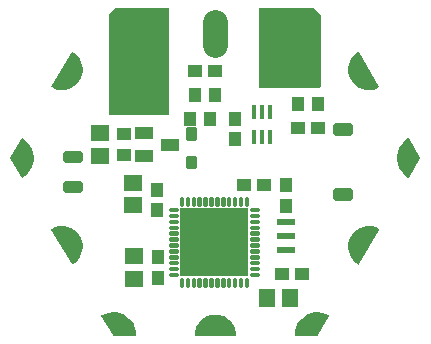
<source format=gbr>
G04 EAGLE Gerber RS-274X export*
G75*
%MOMM*%
%FSLAX34Y34*%
%LPD*%
%INSoldermask Bottom*%
%IPPOS*%
%AMOC8*
5,1,8,0,0,1.08239X$1,22.5*%
G01*
%ADD10R,1.401600X1.601600*%
%ADD11C,0.225016*%
%ADD12R,5.801588X5.801588*%
%ADD13R,1.501597X0.501600*%
%ADD14R,1.601600X1.401600*%
%ADD15R,1.201600X1.101600*%
%ADD16R,1.101600X1.201600*%
%ADD17C,0.605878*%
%ADD18R,1.501600X1.101600*%
%ADD19R,0.457200X1.270000*%
%ADD20C,1.101600*%
%ADD21C,2.082800*%
%ADD22C,0.297525*%

G36*
X306096Y383290D02*
X306096Y383290D01*
X306122Y383288D01*
X306269Y383310D01*
X306416Y383327D01*
X306441Y383335D01*
X306467Y383339D01*
X306605Y383394D01*
X306744Y383444D01*
X306766Y383458D01*
X306791Y383468D01*
X306912Y383553D01*
X307037Y383633D01*
X307055Y383652D01*
X307077Y383667D01*
X307176Y383777D01*
X307279Y383884D01*
X307293Y383906D01*
X307310Y383926D01*
X307382Y384056D01*
X307458Y384183D01*
X307466Y384208D01*
X307479Y384231D01*
X307519Y384374D01*
X307564Y384515D01*
X307566Y384541D01*
X307574Y384566D01*
X307593Y384810D01*
X307593Y472440D01*
X307590Y472466D01*
X307592Y472492D01*
X307570Y472639D01*
X307553Y472786D01*
X307545Y472811D01*
X307541Y472837D01*
X307486Y472975D01*
X307436Y473114D01*
X307422Y473136D01*
X307412Y473161D01*
X307327Y473282D01*
X307247Y473407D01*
X307228Y473425D01*
X307213Y473447D01*
X307103Y473546D01*
X306996Y473649D01*
X306974Y473663D01*
X306954Y473680D01*
X306824Y473752D01*
X306697Y473828D01*
X306672Y473836D01*
X306649Y473849D01*
X306506Y473889D01*
X306365Y473934D01*
X306339Y473936D01*
X306314Y473944D01*
X306070Y473963D01*
X262890Y473963D01*
X262764Y473949D01*
X262638Y473942D01*
X262592Y473929D01*
X262544Y473923D01*
X262425Y473881D01*
X262303Y473846D01*
X262261Y473822D01*
X262216Y473806D01*
X262109Y473737D01*
X261999Y473676D01*
X261953Y473636D01*
X261923Y473617D01*
X261889Y473582D01*
X261813Y473517D01*
X256733Y468437D01*
X256654Y468338D01*
X256570Y468244D01*
X256546Y468202D01*
X256516Y468164D01*
X256462Y468050D01*
X256401Y467939D01*
X256388Y467893D01*
X256367Y467849D01*
X256341Y467726D01*
X256306Y467604D01*
X256302Y467543D01*
X256294Y467508D01*
X256295Y467460D01*
X256287Y467360D01*
X256287Y384810D01*
X256290Y384784D01*
X256288Y384758D01*
X256310Y384611D01*
X256327Y384464D01*
X256335Y384439D01*
X256339Y384413D01*
X256394Y384275D01*
X256444Y384136D01*
X256458Y384114D01*
X256468Y384089D01*
X256553Y383968D01*
X256633Y383843D01*
X256652Y383825D01*
X256667Y383803D01*
X256777Y383704D01*
X256884Y383601D01*
X256906Y383587D01*
X256926Y383570D01*
X257056Y383498D01*
X257183Y383422D01*
X257208Y383414D01*
X257231Y383401D01*
X257374Y383361D01*
X257515Y383316D01*
X257541Y383314D01*
X257566Y383306D01*
X257810Y383287D01*
X306070Y383287D01*
X306096Y383290D01*
G37*
G36*
X434366Y406150D02*
X434366Y406150D01*
X434392Y406148D01*
X434539Y406170D01*
X434686Y406187D01*
X434711Y406195D01*
X434737Y406199D01*
X434875Y406254D01*
X435014Y406304D01*
X435036Y406318D01*
X435061Y406328D01*
X435182Y406413D01*
X435307Y406493D01*
X435325Y406512D01*
X435347Y406527D01*
X435446Y406637D01*
X435549Y406744D01*
X435563Y406766D01*
X435580Y406786D01*
X435652Y406916D01*
X435728Y407043D01*
X435736Y407068D01*
X435749Y407091D01*
X435789Y407234D01*
X435834Y407375D01*
X435836Y407401D01*
X435844Y407426D01*
X435863Y407670D01*
X435863Y467360D01*
X435849Y467486D01*
X435842Y467612D01*
X435829Y467658D01*
X435823Y467706D01*
X435781Y467825D01*
X435746Y467947D01*
X435722Y467989D01*
X435706Y468034D01*
X435637Y468141D01*
X435576Y468251D01*
X435536Y468297D01*
X435517Y468327D01*
X435482Y468361D01*
X435417Y468437D01*
X430337Y473517D01*
X430238Y473596D01*
X430144Y473680D01*
X430102Y473704D01*
X430064Y473734D01*
X429950Y473788D01*
X429839Y473849D01*
X429793Y473862D01*
X429749Y473883D01*
X429626Y473909D01*
X429504Y473944D01*
X429443Y473949D01*
X429408Y473956D01*
X429360Y473955D01*
X429260Y473963D01*
X384810Y473963D01*
X384784Y473960D01*
X384758Y473962D01*
X384611Y473940D01*
X384464Y473923D01*
X384439Y473915D01*
X384413Y473911D01*
X384275Y473856D01*
X384136Y473806D01*
X384114Y473792D01*
X384089Y473782D01*
X383968Y473697D01*
X383843Y473617D01*
X383825Y473598D01*
X383803Y473583D01*
X383704Y473473D01*
X383601Y473366D01*
X383587Y473344D01*
X383570Y473324D01*
X383498Y473194D01*
X383422Y473067D01*
X383414Y473042D01*
X383401Y473019D01*
X383361Y472876D01*
X383316Y472735D01*
X383314Y472709D01*
X383306Y472684D01*
X383287Y472440D01*
X383287Y407670D01*
X383290Y407644D01*
X383288Y407618D01*
X383310Y407471D01*
X383327Y407324D01*
X383335Y407299D01*
X383339Y407273D01*
X383394Y407135D01*
X383444Y406996D01*
X383458Y406974D01*
X383468Y406949D01*
X383553Y406828D01*
X383633Y406703D01*
X383652Y406685D01*
X383667Y406663D01*
X383777Y406564D01*
X383884Y406461D01*
X383906Y406447D01*
X383926Y406430D01*
X384056Y406358D01*
X384183Y406282D01*
X384208Y406274D01*
X384231Y406261D01*
X384374Y406221D01*
X384515Y406176D01*
X384541Y406174D01*
X384566Y406166D01*
X384810Y406147D01*
X434340Y406147D01*
X434366Y406150D01*
G37*
G36*
X363739Y196217D02*
X363739Y196217D01*
X363768Y196214D01*
X363835Y196236D01*
X363905Y196250D01*
X363929Y196267D01*
X363957Y196276D01*
X364010Y196323D01*
X364069Y196363D01*
X364085Y196387D01*
X364107Y196407D01*
X364138Y196471D01*
X364176Y196530D01*
X364181Y196559D01*
X364193Y196585D01*
X364202Y196685D01*
X364209Y196727D01*
X364206Y196737D01*
X364208Y196751D01*
X363976Y199549D01*
X363966Y199583D01*
X363962Y199631D01*
X363273Y202352D01*
X363258Y202384D01*
X363246Y202430D01*
X362118Y205002D01*
X362098Y205030D01*
X362079Y205074D01*
X360543Y207425D01*
X360519Y207449D01*
X360493Y207490D01*
X358591Y209555D01*
X358563Y209576D01*
X358530Y209611D01*
X356315Y211336D01*
X356284Y211351D01*
X356246Y211381D01*
X353776Y212717D01*
X353743Y212727D01*
X353701Y212750D01*
X352515Y213158D01*
X351061Y213657D01*
X351045Y213662D01*
X351011Y213667D01*
X350965Y213682D01*
X348196Y214144D01*
X348161Y214143D01*
X348114Y214151D01*
X345306Y214151D01*
X345272Y214144D01*
X345224Y214144D01*
X342455Y213682D01*
X342422Y213670D01*
X342375Y213662D01*
X339719Y212750D01*
X339689Y212733D01*
X339644Y212717D01*
X337174Y211381D01*
X337148Y211359D01*
X337105Y211336D01*
X334890Y209611D01*
X334867Y209585D01*
X334829Y209555D01*
X332927Y207490D01*
X332909Y207460D01*
X332877Y207425D01*
X331341Y205074D01*
X331328Y205042D01*
X331302Y205002D01*
X330174Y202430D01*
X330167Y202397D01*
X330164Y202390D01*
X330158Y202381D01*
X330157Y202375D01*
X330147Y202352D01*
X329458Y199631D01*
X329456Y199596D01*
X329444Y199549D01*
X329212Y196751D01*
X329216Y196722D01*
X329211Y196693D01*
X329228Y196624D01*
X329236Y196554D01*
X329250Y196528D01*
X329257Y196500D01*
X329299Y196443D01*
X329334Y196381D01*
X329358Y196363D01*
X329375Y196340D01*
X329436Y196304D01*
X329493Y196261D01*
X329521Y196253D01*
X329546Y196238D01*
X329644Y196222D01*
X329685Y196211D01*
X329696Y196213D01*
X329710Y196211D01*
X363710Y196211D01*
X363739Y196217D01*
G37*
G36*
X225317Y256520D02*
X225317Y256520D01*
X225388Y256517D01*
X225415Y256527D01*
X225444Y256529D01*
X225534Y256571D01*
X225574Y256586D01*
X225582Y256594D01*
X225595Y256600D01*
X227898Y258199D01*
X227922Y258225D01*
X227962Y258252D01*
X229971Y260209D01*
X229990Y260238D01*
X230025Y260271D01*
X231684Y262532D01*
X231699Y262563D01*
X231728Y262602D01*
X232992Y265105D01*
X233001Y265139D01*
X233023Y265182D01*
X233859Y267859D01*
X233862Y267893D01*
X233877Y267939D01*
X234260Y270718D01*
X234258Y270752D01*
X234264Y270800D01*
X234185Y273603D01*
X234177Y273637D01*
X234176Y273685D01*
X233637Y276437D01*
X233623Y276469D01*
X233614Y276517D01*
X232629Y279142D01*
X232614Y279167D01*
X232609Y279187D01*
X232601Y279198D01*
X232594Y279217D01*
X231190Y281645D01*
X231167Y281671D01*
X231143Y281713D01*
X229359Y283876D01*
X229332Y283898D01*
X229301Y283935D01*
X227185Y285776D01*
X227155Y285793D01*
X227119Y285825D01*
X224728Y287292D01*
X224696Y287303D01*
X224655Y287329D01*
X222056Y288382D01*
X222022Y288389D01*
X221977Y288407D01*
X219240Y289018D01*
X219205Y289019D01*
X219158Y289030D01*
X216358Y289182D01*
X216324Y289177D01*
X216276Y289180D01*
X213488Y288870D01*
X213455Y288859D01*
X213407Y288854D01*
X210709Y288089D01*
X210679Y288073D01*
X210632Y288060D01*
X208097Y286861D01*
X208073Y286844D01*
X208046Y286834D01*
X207994Y286785D01*
X207937Y286742D01*
X207923Y286717D01*
X207902Y286697D01*
X207873Y286632D01*
X207837Y286571D01*
X207834Y286542D01*
X207822Y286515D01*
X207821Y286444D01*
X207812Y286373D01*
X207820Y286345D01*
X207820Y286316D01*
X207854Y286223D01*
X207866Y286182D01*
X207873Y286173D01*
X207878Y286160D01*
X224878Y256760D01*
X224897Y256738D01*
X224910Y256712D01*
X224963Y256664D01*
X225010Y256611D01*
X225036Y256599D01*
X225058Y256579D01*
X225125Y256556D01*
X225189Y256526D01*
X225218Y256524D01*
X225246Y256515D01*
X225317Y256520D01*
G37*
G36*
X477096Y404243D02*
X477096Y404243D01*
X477144Y404240D01*
X479932Y404550D01*
X479965Y404561D01*
X480013Y404566D01*
X482711Y405331D01*
X482741Y405347D01*
X482788Y405360D01*
X485323Y406559D01*
X485347Y406576D01*
X485374Y406586D01*
X485426Y406635D01*
X485483Y406678D01*
X485497Y406703D01*
X485519Y406723D01*
X485547Y406788D01*
X485583Y406850D01*
X485586Y406878D01*
X485598Y406905D01*
X485599Y406976D01*
X485608Y407047D01*
X485600Y407075D01*
X485600Y407104D01*
X485566Y407197D01*
X485554Y407238D01*
X485547Y407247D01*
X485542Y407260D01*
X468542Y436660D01*
X468523Y436682D01*
X468510Y436708D01*
X468457Y436756D01*
X468410Y436809D01*
X468384Y436821D01*
X468362Y436841D01*
X468295Y436864D01*
X468231Y436894D01*
X468202Y436896D01*
X468174Y436905D01*
X468103Y436900D01*
X468032Y436903D01*
X468005Y436893D01*
X467976Y436891D01*
X467886Y436849D01*
X467846Y436834D01*
X467838Y436826D01*
X467825Y436820D01*
X465522Y435221D01*
X465498Y435196D01*
X465458Y435168D01*
X463449Y433211D01*
X463430Y433182D01*
X463395Y433149D01*
X461736Y430888D01*
X461721Y430857D01*
X461692Y430818D01*
X460428Y428315D01*
X460419Y428281D01*
X460397Y428238D01*
X459561Y425561D01*
X459558Y425527D01*
X459543Y425481D01*
X459160Y422702D01*
X459162Y422668D01*
X459156Y422620D01*
X459235Y419817D01*
X459243Y419783D01*
X459244Y419735D01*
X459783Y416983D01*
X459797Y416951D01*
X459806Y416903D01*
X460791Y414278D01*
X460809Y414248D01*
X460826Y414203D01*
X462230Y411775D01*
X462253Y411749D01*
X462277Y411708D01*
X464061Y409544D01*
X464088Y409522D01*
X464119Y409485D01*
X466235Y407644D01*
X466265Y407627D01*
X466301Y407596D01*
X468692Y406128D01*
X468724Y406117D01*
X468765Y406091D01*
X471364Y405038D01*
X471398Y405031D01*
X471443Y405013D01*
X474180Y404402D01*
X474215Y404401D01*
X474262Y404390D01*
X477062Y404238D01*
X477096Y404243D01*
G37*
G36*
X468136Y256521D02*
X468136Y256521D01*
X468207Y256520D01*
X468234Y256531D01*
X468263Y256535D01*
X468325Y256569D01*
X468390Y256597D01*
X468411Y256618D01*
X468436Y256632D01*
X468499Y256708D01*
X468529Y256739D01*
X468533Y256749D01*
X468542Y256760D01*
X485542Y286160D01*
X485551Y286188D01*
X485568Y286212D01*
X485583Y286281D01*
X485605Y286349D01*
X485603Y286378D01*
X485609Y286406D01*
X485596Y286476D01*
X485590Y286547D01*
X485577Y286573D01*
X485571Y286601D01*
X485531Y286660D01*
X485499Y286723D01*
X485476Y286742D01*
X485460Y286766D01*
X485378Y286823D01*
X485345Y286850D01*
X485335Y286853D01*
X485323Y286861D01*
X482788Y288060D01*
X482754Y288068D01*
X482711Y288089D01*
X480013Y288854D01*
X479978Y288856D01*
X479932Y288870D01*
X477144Y289180D01*
X477110Y289177D01*
X477062Y289182D01*
X474262Y289030D01*
X474228Y289021D01*
X474180Y289018D01*
X471443Y288407D01*
X471411Y288393D01*
X471364Y288382D01*
X468765Y287329D01*
X468736Y287310D01*
X468692Y287292D01*
X466301Y285825D01*
X466276Y285801D01*
X466235Y285776D01*
X464119Y283935D01*
X464098Y283908D01*
X464061Y283876D01*
X462277Y281713D01*
X462261Y281682D01*
X462230Y281645D01*
X460826Y279217D01*
X460815Y279184D01*
X460808Y279171D01*
X460798Y279157D01*
X460798Y279154D01*
X460791Y279142D01*
X459806Y276517D01*
X459800Y276482D01*
X459783Y276437D01*
X459244Y273685D01*
X459244Y273651D01*
X459235Y273603D01*
X459156Y270800D01*
X459162Y270766D01*
X459160Y270718D01*
X459543Y267939D01*
X459555Y267907D01*
X459561Y267859D01*
X460397Y265182D01*
X460414Y265151D01*
X460428Y265105D01*
X461692Y262602D01*
X461714Y262575D01*
X461736Y262532D01*
X463395Y260271D01*
X463421Y260248D01*
X463449Y260209D01*
X465458Y258252D01*
X465487Y258233D01*
X465522Y258199D01*
X467825Y256600D01*
X467852Y256588D01*
X467875Y256570D01*
X467943Y256549D01*
X468008Y256521D01*
X468037Y256521D01*
X468065Y256513D01*
X468136Y256521D01*
G37*
G36*
X219158Y404390D02*
X219158Y404390D01*
X219192Y404399D01*
X219240Y404402D01*
X221977Y405013D01*
X222009Y405027D01*
X222056Y405038D01*
X224655Y406091D01*
X224684Y406110D01*
X224728Y406128D01*
X227119Y407596D01*
X227144Y407619D01*
X227185Y407644D01*
X229301Y409485D01*
X229322Y409512D01*
X229359Y409544D01*
X231143Y411708D01*
X231159Y411738D01*
X231190Y411775D01*
X232594Y414203D01*
X232605Y414236D01*
X232629Y414278D01*
X233614Y416903D01*
X233620Y416938D01*
X233637Y416983D01*
X234176Y419735D01*
X234176Y419770D01*
X234185Y419817D01*
X234264Y422620D01*
X234259Y422654D01*
X234260Y422702D01*
X233877Y425481D01*
X233865Y425513D01*
X233859Y425561D01*
X233023Y428238D01*
X233006Y428269D01*
X232992Y428315D01*
X231728Y430818D01*
X231706Y430845D01*
X231684Y430888D01*
X230025Y433149D01*
X229999Y433172D01*
X229971Y433211D01*
X227962Y435168D01*
X227933Y435187D01*
X227898Y435221D01*
X225595Y436820D01*
X225568Y436832D01*
X225545Y436850D01*
X225477Y436871D01*
X225412Y436899D01*
X225383Y436899D01*
X225355Y436907D01*
X225284Y436899D01*
X225213Y436900D01*
X225186Y436889D01*
X225157Y436885D01*
X225095Y436851D01*
X225030Y436823D01*
X225009Y436802D01*
X224984Y436788D01*
X224921Y436712D01*
X224891Y436681D01*
X224887Y436671D01*
X224878Y436660D01*
X207878Y407260D01*
X207869Y407232D01*
X207852Y407208D01*
X207837Y407139D01*
X207815Y407071D01*
X207817Y407042D01*
X207811Y407014D01*
X207824Y406944D01*
X207830Y406873D01*
X207843Y406847D01*
X207849Y406819D01*
X207889Y406760D01*
X207921Y406697D01*
X207944Y406678D01*
X207960Y406654D01*
X208042Y406597D01*
X208075Y406570D01*
X208085Y406567D01*
X208097Y406559D01*
X210632Y405360D01*
X210666Y405352D01*
X210709Y405331D01*
X213407Y404566D01*
X213442Y404564D01*
X213488Y404550D01*
X216276Y404240D01*
X216310Y404243D01*
X216358Y404238D01*
X219158Y404390D01*
G37*
G36*
X510437Y329721D02*
X510437Y329721D01*
X510508Y329721D01*
X510535Y329732D01*
X510564Y329735D01*
X510626Y329770D01*
X510691Y329798D01*
X510712Y329818D01*
X510737Y329833D01*
X510800Y329910D01*
X510830Y329940D01*
X510834Y329950D01*
X510843Y329961D01*
X520343Y346461D01*
X520353Y346493D01*
X520362Y346506D01*
X520366Y346530D01*
X520367Y346534D01*
X520398Y346604D01*
X520398Y346628D01*
X520406Y346650D01*
X520400Y346726D01*
X520401Y346803D01*
X520391Y346827D01*
X520390Y346848D01*
X520369Y346887D01*
X520343Y346959D01*
X510843Y363459D01*
X510824Y363481D01*
X510811Y363507D01*
X510758Y363555D01*
X510711Y363608D01*
X510685Y363621D01*
X510664Y363640D01*
X510596Y363663D01*
X510532Y363694D01*
X510503Y363696D01*
X510476Y363705D01*
X510404Y363700D01*
X510333Y363703D01*
X510306Y363693D01*
X510277Y363691D01*
X510187Y363649D01*
X510147Y363634D01*
X510139Y363627D01*
X510126Y363621D01*
X507603Y361879D01*
X507579Y361855D01*
X507541Y361828D01*
X505329Y359704D01*
X505310Y359676D01*
X505276Y359644D01*
X503434Y357193D01*
X503420Y357162D01*
X503391Y357125D01*
X501966Y354410D01*
X501957Y354379D01*
X501941Y354354D01*
X501940Y354346D01*
X501935Y354336D01*
X500964Y351428D01*
X500960Y351394D01*
X500945Y351350D01*
X500453Y348323D01*
X500454Y348289D01*
X500446Y348243D01*
X500446Y345177D01*
X500447Y345173D01*
X500447Y345171D01*
X500453Y345144D01*
X500453Y345097D01*
X500945Y342070D01*
X500957Y342039D01*
X500964Y341992D01*
X501935Y339084D01*
X501952Y339055D01*
X501966Y339010D01*
X503391Y336295D01*
X503413Y336269D01*
X503434Y336227D01*
X505276Y333776D01*
X505301Y333753D01*
X505329Y333716D01*
X507541Y331592D01*
X507569Y331574D01*
X507603Y331541D01*
X510126Y329799D01*
X510153Y329788D01*
X510175Y329769D01*
X510244Y329749D01*
X510309Y329721D01*
X510338Y329721D01*
X510366Y329713D01*
X510437Y329721D01*
G37*
G36*
X183016Y329720D02*
X183016Y329720D01*
X183087Y329717D01*
X183114Y329727D01*
X183143Y329729D01*
X183233Y329771D01*
X183273Y329786D01*
X183281Y329793D01*
X183294Y329799D01*
X185817Y331541D01*
X185841Y331565D01*
X185879Y331592D01*
X188091Y333716D01*
X188110Y333744D01*
X188144Y333776D01*
X189986Y336227D01*
X190000Y336258D01*
X190029Y336295D01*
X191454Y339010D01*
X191463Y339043D01*
X191485Y339084D01*
X192456Y341992D01*
X192460Y342026D01*
X192475Y342070D01*
X192967Y345097D01*
X192966Y345131D01*
X192974Y345177D01*
X192974Y348243D01*
X192967Y348276D01*
X192967Y348323D01*
X192475Y351350D01*
X192463Y351381D01*
X192456Y351428D01*
X191485Y354336D01*
X191472Y354359D01*
X191466Y354384D01*
X191459Y354393D01*
X191454Y354410D01*
X190029Y357125D01*
X190007Y357151D01*
X189986Y357193D01*
X188144Y359644D01*
X188119Y359667D01*
X188091Y359704D01*
X185879Y361828D01*
X185851Y361846D01*
X185817Y361879D01*
X183294Y363621D01*
X183267Y363632D01*
X183245Y363651D01*
X183176Y363671D01*
X183111Y363699D01*
X183082Y363699D01*
X183054Y363707D01*
X182983Y363699D01*
X182912Y363700D01*
X182885Y363688D01*
X182856Y363685D01*
X182794Y363650D01*
X182729Y363622D01*
X182708Y363602D01*
X182683Y363587D01*
X182620Y363510D01*
X182590Y363480D01*
X182586Y363470D01*
X182577Y363459D01*
X173077Y346959D01*
X173053Y346886D01*
X173022Y346816D01*
X173022Y346792D01*
X173014Y346770D01*
X173021Y346694D01*
X173020Y346617D01*
X173029Y346593D01*
X173030Y346572D01*
X173051Y346533D01*
X173070Y346481D01*
X173071Y346475D01*
X173073Y346473D01*
X173077Y346461D01*
X182577Y329961D01*
X182596Y329939D01*
X182609Y329913D01*
X182662Y329865D01*
X182709Y329812D01*
X182735Y329799D01*
X182757Y329780D01*
X182824Y329757D01*
X182888Y329726D01*
X182917Y329725D01*
X182944Y329715D01*
X183016Y329720D01*
G37*
G36*
X433386Y196226D02*
X433386Y196226D01*
X433464Y196235D01*
X433483Y196246D01*
X433505Y196250D01*
X433569Y196294D01*
X433637Y196333D01*
X433653Y196352D01*
X433669Y196363D01*
X433693Y196401D01*
X433743Y196461D01*
X443243Y212961D01*
X443252Y212988D01*
X443268Y213012D01*
X443283Y213082D01*
X443306Y213150D01*
X443303Y213178D01*
X443309Y213206D01*
X443296Y213277D01*
X443290Y213348D01*
X443277Y213373D01*
X443271Y213401D01*
X443231Y213461D01*
X443198Y213524D01*
X443176Y213542D01*
X443160Y213566D01*
X443077Y213624D01*
X443045Y213651D01*
X443034Y213654D01*
X443024Y213661D01*
X440258Y214970D01*
X440225Y214978D01*
X440182Y214998D01*
X437242Y215846D01*
X437208Y215849D01*
X437164Y215862D01*
X434126Y216227D01*
X434092Y216224D01*
X434045Y216230D01*
X430988Y216103D01*
X430955Y216095D01*
X430908Y216094D01*
X427911Y215478D01*
X427880Y215465D01*
X427834Y215456D01*
X424974Y214367D01*
X424946Y214349D01*
X424902Y214333D01*
X422254Y212799D01*
X422228Y212777D01*
X422188Y212754D01*
X419820Y210816D01*
X419798Y210789D01*
X419762Y210760D01*
X417735Y208467D01*
X417719Y208438D01*
X417687Y208403D01*
X416055Y205815D01*
X416043Y205783D01*
X416018Y205744D01*
X414822Y202927D01*
X414815Y202894D01*
X414812Y202887D01*
X414808Y202881D01*
X414807Y202875D01*
X414796Y202851D01*
X414068Y199879D01*
X414066Y199845D01*
X414055Y199800D01*
X413812Y196750D01*
X413816Y196721D01*
X413811Y196693D01*
X413828Y196624D01*
X413836Y196552D01*
X413851Y196528D01*
X413857Y196500D01*
X413900Y196442D01*
X413936Y196380D01*
X413958Y196363D01*
X413975Y196340D01*
X414037Y196303D01*
X414094Y196260D01*
X414122Y196253D01*
X414146Y196238D01*
X414246Y196222D01*
X414287Y196211D01*
X414297Y196213D01*
X414310Y196211D01*
X433310Y196211D01*
X433386Y196226D01*
G37*
G36*
X279138Y196216D02*
X279138Y196216D01*
X279166Y196214D01*
X279234Y196236D01*
X279305Y196250D01*
X279328Y196266D01*
X279355Y196275D01*
X279410Y196322D01*
X279469Y196363D01*
X279484Y196387D01*
X279506Y196405D01*
X279537Y196470D01*
X279576Y196530D01*
X279581Y196558D01*
X279593Y196584D01*
X279602Y196685D01*
X279609Y196727D01*
X279607Y196737D01*
X279608Y196750D01*
X279365Y199800D01*
X279356Y199832D01*
X279352Y199879D01*
X278624Y202851D01*
X278609Y202882D01*
X278598Y202927D01*
X277402Y205744D01*
X277383Y205772D01*
X277365Y205815D01*
X275733Y208403D01*
X275709Y208427D01*
X275685Y208467D01*
X273658Y210760D01*
X273631Y210780D01*
X273600Y210816D01*
X271233Y212754D01*
X271202Y212770D01*
X271166Y212799D01*
X268518Y214333D01*
X268486Y214343D01*
X268446Y214367D01*
X265586Y215456D01*
X265553Y215461D01*
X265509Y215478D01*
X262512Y216094D01*
X262478Y216094D01*
X262432Y216103D01*
X259375Y216230D01*
X259341Y216225D01*
X259294Y216227D01*
X256256Y215862D01*
X256224Y215851D01*
X256178Y215846D01*
X253238Y214998D01*
X253208Y214982D01*
X253163Y214970D01*
X250397Y213661D01*
X250374Y213644D01*
X250347Y213634D01*
X250295Y213585D01*
X250237Y213542D01*
X250223Y213517D01*
X250202Y213498D01*
X250173Y213432D01*
X250137Y213370D01*
X250134Y213342D01*
X250122Y213316D01*
X250121Y213244D01*
X250112Y213173D01*
X250120Y213146D01*
X250120Y213117D01*
X250155Y213022D01*
X250166Y212982D01*
X250173Y212973D01*
X250177Y212961D01*
X259677Y196461D01*
X259729Y196403D01*
X259775Y196340D01*
X259794Y196329D01*
X259809Y196312D01*
X259879Y196278D01*
X259946Y196238D01*
X259971Y196234D01*
X259988Y196226D01*
X260033Y196224D01*
X260110Y196211D01*
X279110Y196211D01*
X279138Y196216D01*
G37*
D10*
X390550Y228600D03*
X409550Y228600D03*
D11*
X377057Y302457D02*
X377057Y303723D01*
X382823Y303723D01*
X382823Y302457D01*
X377057Y302457D01*
X377057Y298723D02*
X377057Y297457D01*
X377057Y298723D02*
X382823Y298723D01*
X382823Y297457D01*
X377057Y297457D01*
X377057Y293723D02*
X377057Y292457D01*
X377057Y293723D02*
X382823Y293723D01*
X382823Y292457D01*
X377057Y292457D01*
X377057Y288723D02*
X377057Y287457D01*
X377057Y288723D02*
X382823Y288723D01*
X382823Y287457D01*
X377057Y287457D01*
X377057Y283723D02*
X377057Y282457D01*
X377057Y283723D02*
X382823Y283723D01*
X382823Y282457D01*
X377057Y282457D01*
X377057Y278723D02*
X377057Y277457D01*
X377057Y278723D02*
X382823Y278723D01*
X382823Y277457D01*
X377057Y277457D01*
X377057Y273723D02*
X377057Y272457D01*
X377057Y273723D02*
X382823Y273723D01*
X382823Y272457D01*
X377057Y272457D01*
X377057Y268723D02*
X377057Y267457D01*
X377057Y268723D02*
X382823Y268723D01*
X382823Y267457D01*
X377057Y267457D01*
X377057Y263723D02*
X377057Y262457D01*
X377057Y263723D02*
X382823Y263723D01*
X382823Y262457D01*
X377057Y262457D01*
X377057Y258723D02*
X377057Y257457D01*
X377057Y258723D02*
X382823Y258723D01*
X382823Y257457D01*
X377057Y257457D01*
X377057Y253723D02*
X377057Y252457D01*
X377057Y253723D02*
X382823Y253723D01*
X382823Y252457D01*
X377057Y252457D01*
X377057Y248723D02*
X377057Y247457D01*
X377057Y248723D02*
X382823Y248723D01*
X382823Y247457D01*
X377057Y247457D01*
X373573Y243973D02*
X372307Y243973D01*
X373573Y243973D02*
X373573Y238207D01*
X372307Y238207D01*
X372307Y243973D01*
X372307Y240344D02*
X373573Y240344D01*
X373573Y242481D02*
X372307Y242481D01*
X368573Y243973D02*
X367307Y243973D01*
X368573Y243973D02*
X368573Y238207D01*
X367307Y238207D01*
X367307Y243973D01*
X367307Y240344D02*
X368573Y240344D01*
X368573Y242481D02*
X367307Y242481D01*
X363573Y243973D02*
X362307Y243973D01*
X363573Y243973D02*
X363573Y238207D01*
X362307Y238207D01*
X362307Y243973D01*
X362307Y240344D02*
X363573Y240344D01*
X363573Y242481D02*
X362307Y242481D01*
X358573Y243973D02*
X357307Y243973D01*
X358573Y243973D02*
X358573Y238207D01*
X357307Y238207D01*
X357307Y243973D01*
X357307Y240344D02*
X358573Y240344D01*
X358573Y242481D02*
X357307Y242481D01*
X353573Y243973D02*
X352307Y243973D01*
X353573Y243973D02*
X353573Y238207D01*
X352307Y238207D01*
X352307Y243973D01*
X352307Y240344D02*
X353573Y240344D01*
X353573Y242481D02*
X352307Y242481D01*
X348573Y243973D02*
X347307Y243973D01*
X348573Y243973D02*
X348573Y238207D01*
X347307Y238207D01*
X347307Y243973D01*
X347307Y240344D02*
X348573Y240344D01*
X348573Y242481D02*
X347307Y242481D01*
X343573Y243973D02*
X342307Y243973D01*
X343573Y243973D02*
X343573Y238207D01*
X342307Y238207D01*
X342307Y243973D01*
X342307Y240344D02*
X343573Y240344D01*
X343573Y242481D02*
X342307Y242481D01*
X338573Y243973D02*
X337307Y243973D01*
X338573Y243973D02*
X338573Y238207D01*
X337307Y238207D01*
X337307Y243973D01*
X337307Y240344D02*
X338573Y240344D01*
X338573Y242481D02*
X337307Y242481D01*
X333573Y243973D02*
X332307Y243973D01*
X333573Y243973D02*
X333573Y238207D01*
X332307Y238207D01*
X332307Y243973D01*
X332307Y240344D02*
X333573Y240344D01*
X333573Y242481D02*
X332307Y242481D01*
X328573Y243973D02*
X327307Y243973D01*
X328573Y243973D02*
X328573Y238207D01*
X327307Y238207D01*
X327307Y243973D01*
X327307Y240344D02*
X328573Y240344D01*
X328573Y242481D02*
X327307Y242481D01*
X323573Y243973D02*
X322307Y243973D01*
X323573Y243973D02*
X323573Y238207D01*
X322307Y238207D01*
X322307Y243973D01*
X322307Y240344D02*
X323573Y240344D01*
X323573Y242481D02*
X322307Y242481D01*
X318573Y243973D02*
X317307Y243973D01*
X318573Y243973D02*
X318573Y238207D01*
X317307Y238207D01*
X317307Y243973D01*
X317307Y240344D02*
X318573Y240344D01*
X318573Y242481D02*
X317307Y242481D01*
X313823Y247457D02*
X313823Y248723D01*
X313823Y247457D02*
X308057Y247457D01*
X308057Y248723D01*
X313823Y248723D01*
X313823Y252457D02*
X313823Y253723D01*
X313823Y252457D02*
X308057Y252457D01*
X308057Y253723D01*
X313823Y253723D01*
X313823Y257457D02*
X313823Y258723D01*
X313823Y257457D02*
X308057Y257457D01*
X308057Y258723D01*
X313823Y258723D01*
X313823Y262457D02*
X313823Y263723D01*
X313823Y262457D02*
X308057Y262457D01*
X308057Y263723D01*
X313823Y263723D01*
X313823Y267457D02*
X313823Y268723D01*
X313823Y267457D02*
X308057Y267457D01*
X308057Y268723D01*
X313823Y268723D01*
X313823Y272457D02*
X313823Y273723D01*
X313823Y272457D02*
X308057Y272457D01*
X308057Y273723D01*
X313823Y273723D01*
X313823Y277457D02*
X313823Y278723D01*
X313823Y277457D02*
X308057Y277457D01*
X308057Y278723D01*
X313823Y278723D01*
X313823Y282457D02*
X313823Y283723D01*
X313823Y282457D02*
X308057Y282457D01*
X308057Y283723D01*
X313823Y283723D01*
X313823Y287457D02*
X313823Y288723D01*
X313823Y287457D02*
X308057Y287457D01*
X308057Y288723D01*
X313823Y288723D01*
X313823Y292457D02*
X313823Y293723D01*
X313823Y292457D02*
X308057Y292457D01*
X308057Y293723D01*
X313823Y293723D01*
X313823Y297457D02*
X313823Y298723D01*
X313823Y297457D02*
X308057Y297457D01*
X308057Y298723D01*
X313823Y298723D01*
X313823Y302457D02*
X313823Y303723D01*
X313823Y302457D02*
X308057Y302457D01*
X308057Y303723D01*
X313823Y303723D01*
X317307Y307207D02*
X318573Y307207D01*
X317307Y307207D02*
X317307Y312973D01*
X318573Y312973D01*
X318573Y307207D01*
X318573Y309344D02*
X317307Y309344D01*
X317307Y311481D02*
X318573Y311481D01*
X322307Y307207D02*
X323573Y307207D01*
X322307Y307207D02*
X322307Y312973D01*
X323573Y312973D01*
X323573Y307207D01*
X323573Y309344D02*
X322307Y309344D01*
X322307Y311481D02*
X323573Y311481D01*
X327307Y307207D02*
X328573Y307207D01*
X327307Y307207D02*
X327307Y312973D01*
X328573Y312973D01*
X328573Y307207D01*
X328573Y309344D02*
X327307Y309344D01*
X327307Y311481D02*
X328573Y311481D01*
X332307Y307207D02*
X333573Y307207D01*
X332307Y307207D02*
X332307Y312973D01*
X333573Y312973D01*
X333573Y307207D01*
X333573Y309344D02*
X332307Y309344D01*
X332307Y311481D02*
X333573Y311481D01*
X337307Y307207D02*
X338573Y307207D01*
X337307Y307207D02*
X337307Y312973D01*
X338573Y312973D01*
X338573Y307207D01*
X338573Y309344D02*
X337307Y309344D01*
X337307Y311481D02*
X338573Y311481D01*
X342307Y307207D02*
X343573Y307207D01*
X342307Y307207D02*
X342307Y312973D01*
X343573Y312973D01*
X343573Y307207D01*
X343573Y309344D02*
X342307Y309344D01*
X342307Y311481D02*
X343573Y311481D01*
X347307Y307207D02*
X348573Y307207D01*
X347307Y307207D02*
X347307Y312973D01*
X348573Y312973D01*
X348573Y307207D01*
X348573Y309344D02*
X347307Y309344D01*
X347307Y311481D02*
X348573Y311481D01*
X352307Y307207D02*
X353573Y307207D01*
X352307Y307207D02*
X352307Y312973D01*
X353573Y312973D01*
X353573Y307207D01*
X353573Y309344D02*
X352307Y309344D01*
X352307Y311481D02*
X353573Y311481D01*
X357307Y307207D02*
X358573Y307207D01*
X357307Y307207D02*
X357307Y312973D01*
X358573Y312973D01*
X358573Y307207D01*
X358573Y309344D02*
X357307Y309344D01*
X357307Y311481D02*
X358573Y311481D01*
X362307Y307207D02*
X363573Y307207D01*
X362307Y307207D02*
X362307Y312973D01*
X363573Y312973D01*
X363573Y307207D01*
X363573Y309344D02*
X362307Y309344D01*
X362307Y311481D02*
X363573Y311481D01*
X367307Y307207D02*
X368573Y307207D01*
X367307Y307207D02*
X367307Y312973D01*
X368573Y312973D01*
X368573Y307207D01*
X368573Y309344D02*
X367307Y309344D01*
X367307Y311481D02*
X368573Y311481D01*
X372307Y307207D02*
X373573Y307207D01*
X372307Y307207D02*
X372307Y312973D01*
X373573Y312973D01*
X373573Y307207D01*
X373573Y309344D02*
X372307Y309344D01*
X372307Y311481D02*
X373573Y311481D01*
D12*
X345440Y275590D03*
D13*
X406400Y292670D03*
X406400Y280670D03*
X406400Y268670D03*
D14*
X276860Y325730D03*
X276860Y306730D03*
X278130Y244500D03*
X278130Y263500D03*
D15*
X402980Y248920D03*
X419980Y248920D03*
D16*
X297180Y319650D03*
X297180Y302650D03*
X298450Y245500D03*
X298450Y262500D03*
X406400Y323460D03*
X406400Y306460D03*
D15*
X388230Y323850D03*
X371230Y323850D03*
D16*
X346320Y400050D03*
X329320Y400050D03*
D17*
X231539Y350459D02*
X220581Y350459D01*
X231539Y350459D02*
X231539Y345501D01*
X220581Y345501D01*
X220581Y350459D01*
X220581Y320101D02*
X231539Y320101D01*
X220581Y320101D02*
X220581Y325059D01*
X231539Y325059D01*
X231539Y320101D01*
X448546Y373954D02*
X459504Y373954D01*
X459504Y368996D01*
X448546Y368996D01*
X448546Y373954D01*
X449181Y313751D02*
X460139Y313751D01*
X449181Y313751D02*
X449181Y318709D01*
X460139Y318709D01*
X460139Y313751D01*
D18*
X308180Y358140D03*
X286180Y367640D03*
X286180Y348640D03*
D14*
X248920Y348640D03*
X248920Y367640D03*
D19*
X392938Y364490D03*
X386334Y364490D03*
X379730Y364490D03*
X379730Y385318D03*
X386334Y385318D03*
X392938Y385318D03*
D15*
X346320Y420370D03*
X329320Y420370D03*
D16*
X363220Y362975D03*
X363220Y379975D03*
X433950Y392430D03*
X416950Y392430D03*
D15*
X433950Y372110D03*
X416950Y372110D03*
D20*
X511910Y346710D03*
X429310Y203610D03*
X264110Y203610D03*
X181510Y346710D03*
X470610Y418210D03*
X470610Y275210D03*
X346710Y203610D03*
X222810Y275210D03*
X222810Y418210D03*
D21*
X396748Y442214D02*
X396748Y462026D01*
X346710Y462026D02*
X346710Y442214D01*
X296672Y442214D02*
X296672Y462026D01*
D15*
X269240Y366640D03*
X269240Y349640D03*
D16*
X325510Y379730D03*
X342510Y379730D03*
D22*
X323369Y371051D02*
X323369Y363009D01*
X323369Y371051D02*
X329411Y371051D01*
X329411Y363009D01*
X323369Y363009D01*
X323369Y365835D02*
X329411Y365835D01*
X329411Y368661D02*
X323369Y368661D01*
X323369Y347051D02*
X323369Y339009D01*
X323369Y347051D02*
X329411Y347051D01*
X329411Y339009D01*
X323369Y339009D01*
X323369Y341835D02*
X329411Y341835D01*
X329411Y344661D02*
X323369Y344661D01*
M02*

</source>
